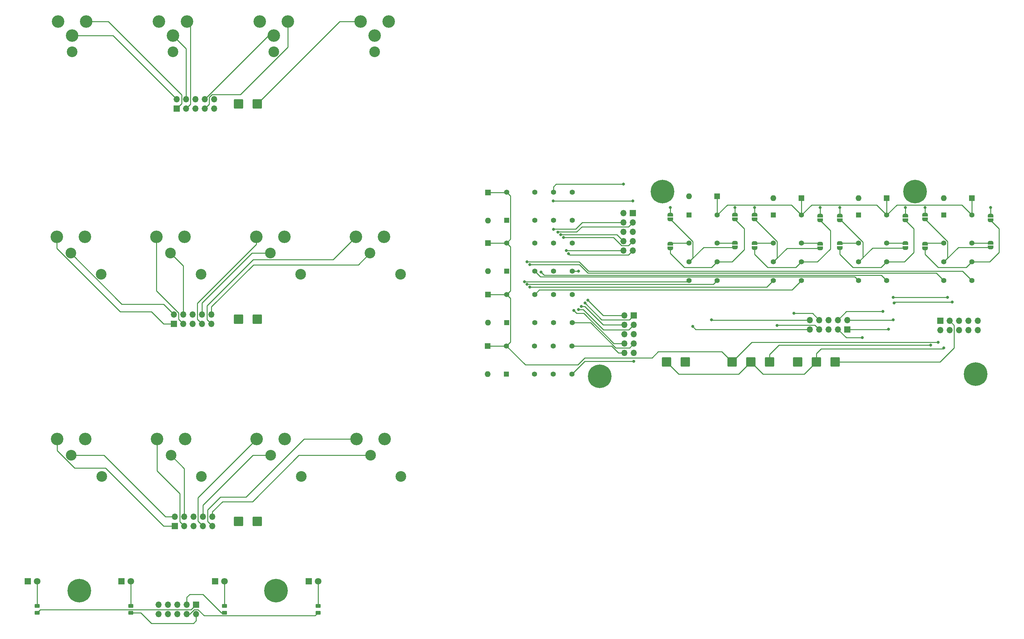
<source format=gbr>
%TF.GenerationSoftware,KiCad,Pcbnew,7.0.6*%
%TF.CreationDate,2023-11-23T12:49:08+01:00*%
%TF.ProjectId,EF_matrix,45465f6d-6174-4726-9978-2e6b69636164,rev?*%
%TF.SameCoordinates,Original*%
%TF.FileFunction,Copper,L1,Top*%
%TF.FilePolarity,Positive*%
%FSLAX46Y46*%
G04 Gerber Fmt 4.6, Leading zero omitted, Abs format (unit mm)*
G04 Created by KiCad (PCBNEW 7.0.6) date 2023-11-23 12:49:08*
%MOMM*%
%LPD*%
G01*
G04 APERTURE LIST*
G04 Aperture macros list*
%AMRoundRect*
0 Rectangle with rounded corners*
0 $1 Rounding radius*
0 $2 $3 $4 $5 $6 $7 $8 $9 X,Y pos of 4 corners*
0 Add a 4 corners polygon primitive as box body*
4,1,4,$2,$3,$4,$5,$6,$7,$8,$9,$2,$3,0*
0 Add four circle primitives for the rounded corners*
1,1,$1+$1,$2,$3*
1,1,$1+$1,$4,$5*
1,1,$1+$1,$6,$7*
1,1,$1+$1,$8,$9*
0 Add four rect primitives between the rounded corners*
20,1,$1+$1,$2,$3,$4,$5,0*
20,1,$1+$1,$4,$5,$6,$7,0*
20,1,$1+$1,$6,$7,$8,$9,0*
20,1,$1+$1,$8,$9,$2,$3,0*%
%AMFreePoly0*
4,1,19,0.000000,0.744911,0.071157,0.744911,0.207708,0.704816,0.327430,0.627875,0.420627,0.520320,0.479746,0.390866,0.500000,0.250000,0.500000,-0.250000,0.479746,-0.390866,0.420627,-0.520320,0.327430,-0.627875,0.207708,-0.704816,0.071157,-0.744911,0.000000,-0.744911,0.000000,-0.750000,-0.500000,-0.750000,-0.500000,0.750000,0.000000,0.750000,0.000000,0.744911,0.000000,0.744911,
$1*%
%AMFreePoly1*
4,1,19,0.500000,-0.750000,0.000000,-0.750000,0.000000,-0.744911,-0.071157,-0.744911,-0.207708,-0.704816,-0.327430,-0.627875,-0.420627,-0.520320,-0.479746,-0.390866,-0.500000,-0.250000,-0.500000,0.250000,-0.479746,0.390866,-0.420627,0.520320,-0.327430,0.627875,-0.207708,0.704816,-0.071157,0.744911,0.000000,0.744911,0.000000,0.750000,0.500000,0.750000,0.500000,-0.750000,0.500000,-0.750000,
$1*%
G04 Aperture macros list end*
%TA.AperFunction,SMDPad,CuDef*%
%ADD10RoundRect,0.250000X0.450000X-0.262500X0.450000X0.262500X-0.450000X0.262500X-0.450000X-0.262500X0*%
%TD*%
%TA.AperFunction,ComponentPad*%
%ADD11C,3.400000*%
%TD*%
%TA.AperFunction,ComponentPad*%
%ADD12C,2.900000*%
%TD*%
%TA.AperFunction,ComponentPad*%
%ADD13C,1.400000*%
%TD*%
%TA.AperFunction,ComponentPad*%
%ADD14R,1.400000X1.400000*%
%TD*%
%TA.AperFunction,ComponentPad*%
%ADD15RoundRect,0.249999X-1.025001X-1.025001X1.025001X-1.025001X1.025001X1.025001X-1.025001X1.025001X0*%
%TD*%
%TA.AperFunction,SMDPad,CuDef*%
%ADD16FreePoly0,270.000000*%
%TD*%
%TA.AperFunction,SMDPad,CuDef*%
%ADD17FreePoly1,270.000000*%
%TD*%
%TA.AperFunction,ComponentPad*%
%ADD18RoundRect,0.249999X1.025001X-1.025001X1.025001X1.025001X-1.025001X1.025001X-1.025001X-1.025001X0*%
%TD*%
%TA.AperFunction,ComponentPad*%
%ADD19O,1.700000X1.700000*%
%TD*%
%TA.AperFunction,ComponentPad*%
%ADD20R,1.700000X1.700000*%
%TD*%
%TA.AperFunction,ComponentPad*%
%ADD21C,1.800000*%
%TD*%
%TA.AperFunction,ComponentPad*%
%ADD22R,1.800000X1.800000*%
%TD*%
%TA.AperFunction,SMDPad,CuDef*%
%ADD23FreePoly0,90.000000*%
%TD*%
%TA.AperFunction,SMDPad,CuDef*%
%ADD24FreePoly1,90.000000*%
%TD*%
%TA.AperFunction,ComponentPad*%
%ADD25O,1.600000X1.600000*%
%TD*%
%TA.AperFunction,ComponentPad*%
%ADD26R,1.600000X1.600000*%
%TD*%
%TA.AperFunction,ComponentPad*%
%ADD27C,0.800000*%
%TD*%
%TA.AperFunction,ComponentPad*%
%ADD28C,6.400000*%
%TD*%
%TA.AperFunction,SMDPad,CuDef*%
%ADD29RoundRect,0.250000X-0.450000X0.262500X-0.450000X-0.262500X0.450000X-0.262500X0.450000X0.262500X0*%
%TD*%
%TA.AperFunction,ViaPad*%
%ADD30C,0.800000*%
%TD*%
%TA.AperFunction,Conductor*%
%ADD31C,0.250000*%
%TD*%
G04 APERTURE END LIST*
D10*
%TO.P,R5,2*%
%TO.N,Net-(D1-A)*%
X19050000Y-187047500D03*
%TO.P,R5,1*%
%TO.N,/Buttonpanel/G1LED*%
X19050000Y-188872500D03*
%TD*%
D11*
%TO.P,J6,1*%
%TO.N,/XLR Input 2/Pin1*%
X32136000Y-141722000D03*
%TO.P,J6,2*%
%TO.N,/XLR Input 2/Channel 1 Hot*%
X24516000Y-141722000D03*
D12*
%TO.P,J6,3*%
%TO.N,/XLR Input 2/Channel 1 Cold*%
X28326000Y-146172000D03*
%TO.P,J6,G*%
%TO.N,unconnected-(J6-PadG)*%
X36576000Y-151882000D03*
%TD*%
D13*
%TO.P,K2,16*%
%TO.N,/Switch F/Control*%
X146406000Y-74798000D03*
%TO.P,K2,13*%
%TO.N,/Mute L/In 2*%
X154026000Y-74798000D03*
%TO.P,K2,11*%
%TO.N,/Switch L/Cold 1 In*%
X159106000Y-74798000D03*
%TO.P,K2,9*%
%TO.N,/Switch L/Cold 2 In*%
X164186000Y-74798000D03*
%TO.P,K2,8*%
%TO.N,/Switch L/Hot 2 In*%
X164186000Y-82418000D03*
%TO.P,K2,6*%
%TO.N,/Switch L/Hot 1 In*%
X159106000Y-82418000D03*
%TO.P,K2,4*%
%TO.N,/Mute L/In 1*%
X154026000Y-82418000D03*
D14*
%TO.P,K2,1*%
%TO.N,GND*%
X146406000Y-82418000D03*
%TD*%
D15*
%TO.P,J40,1,Pin_1*%
%TO.N,Net-(J19-Pin_3)*%
X235495000Y-120867000D03*
%TD*%
D16*
%TO.P,JP7,2,B*%
%TO.N,Net-(JP11-B)*%
X231431000Y-82401000D03*
D17*
%TO.P,JP7,1,A*%
%TO.N,GND*%
X231431000Y-81101000D03*
%TD*%
D18*
%TO.P,J22,1,Pin_1*%
%TO.N,/XLR Input 1/GND_Lift*%
X73660000Y-109220000D03*
%TD*%
D16*
%TO.P,JP5,2,B*%
%TO.N,Net-(JP5-B)*%
X277659000Y-82401000D03*
D17*
%TO.P,JP5,1,A*%
%TO.N,GND*%
X277659000Y-81101000D03*
%TD*%
D19*
%TO.P,J1,10,Pin_10*%
%TO.N,/Switch F/Cold 1 In*%
X178091000Y-90641000D03*
%TO.P,J1,9,Pin_9*%
%TO.N,/Switch F/Hot 1 In*%
X180631000Y-90641000D03*
%TO.P,J1,8,Pin_8*%
%TO.N,/Switch S/Cold 1 In*%
X178091000Y-88101000D03*
%TO.P,J1,7,Pin_7*%
%TO.N,/Switch S/Hot 1 In*%
X180631000Y-88101000D03*
%TO.P,J1,6,Pin_6*%
%TO.N,GND*%
X178091000Y-85561000D03*
%TO.P,J1,5,Pin_5*%
X180631000Y-85561000D03*
%TO.P,J1,4,Pin_4*%
%TO.N,/Switch R/Cold 1 In*%
X178091000Y-83021000D03*
%TO.P,J1,3,Pin_3*%
%TO.N,/Switch R/Hot 1 In*%
X180631000Y-83021000D03*
%TO.P,J1,2,Pin_2*%
%TO.N,/Switch L/Cold 1 In*%
X178091000Y-80481000D03*
D20*
%TO.P,J1,1,Pin_1*%
%TO.N,/Switch L/Hot 1 In*%
X180631000Y-80481000D03*
%TD*%
D16*
%TO.P,JP2,2,B*%
%TO.N,Net-(JP14-A)*%
X254545000Y-89909000D03*
D17*
%TO.P,JP2,1,A*%
%TO.N,/Mute R/Out 2*%
X254545000Y-88609000D03*
%TD*%
D13*
%TO.P,K3,16*%
%TO.N,/Mute F/Control*%
X249465000Y-80989000D03*
%TO.P,K3,13*%
%TO.N,/Mute R/Out 2*%
X249465000Y-88609000D03*
%TO.P,K3,11*%
%TO.N,Net-(JP10-B)*%
X249465000Y-93689000D03*
%TO.P,K3,9*%
%TO.N,/Mute R/In 2*%
X249465000Y-98769000D03*
%TO.P,K3,8*%
%TO.N,/Mute R/In 1*%
X241845000Y-98769000D03*
%TO.P,K3,6*%
%TO.N,Net-(JP14-A)*%
X241845000Y-93689000D03*
%TO.P,K3,4*%
%TO.N,/Mute R/Out 1*%
X241845000Y-88609000D03*
D14*
%TO.P,K3,1*%
%TO.N,GND*%
X241845000Y-80989000D03*
%TD*%
D21*
%TO.P,D2,2,A*%
%TO.N,Net-(D2-A)*%
X44445000Y-180340000D03*
D22*
%TO.P,D2,1,K*%
%TO.N,/Buttonpanel/Ground*%
X41905000Y-180340000D03*
%TD*%
D12*
%TO.P,J15,G*%
%TO.N,unconnected-(J15-PadG)*%
X83230000Y-36703000D03*
D11*
%TO.P,J15,3*%
%TO.N,/XLR Output/Channel 3 Cold*%
X83230000Y-32258000D03*
%TO.P,J15,2*%
%TO.N,/XLR Output/Channel 3 Hot*%
X87040000Y-28448000D03*
%TO.P,J15,1*%
%TO.N,/XLR Output/Pin1*%
X79420000Y-28448000D03*
%TD*%
D10*
%TO.P,R4,2*%
%TO.N,Net-(D2-A)*%
X44450000Y-187047500D03*
%TO.P,R4,1*%
%TO.N,/Buttonpanel/G2LED*%
X44450000Y-188872500D03*
%TD*%
D23*
%TO.P,JP13,2,B*%
%TO.N,GND*%
X259879000Y-80847000D03*
D24*
%TO.P,JP13,1,A*%
%TO.N,Net-(JP1-B)*%
X259879000Y-82147000D03*
%TD*%
D11*
%TO.P,J9,1*%
%TO.N,/XLR Input 1/Pin1*%
X86104000Y-86868000D03*
%TO.P,J9,2*%
%TO.N,/XLR Input 1/Channel 3 Hot*%
X78484000Y-86868000D03*
D12*
%TO.P,J9,3*%
%TO.N,/XLR Input 1/Channel 3 Cold*%
X82294000Y-91318000D03*
%TO.P,J9,G*%
%TO.N,unconnected-(J9-PadG)*%
X90544000Y-97028000D03*
%TD*%
D25*
%TO.P,D8,2,A*%
%TO.N,GND*%
X195871000Y-75909000D03*
D26*
%TO.P,D8,1,K*%
%TO.N,/Mute F/Control*%
X203491000Y-75909000D03*
%TD*%
D16*
%TO.P,JP9,2,B*%
%TO.N,Net-(JP5-B)*%
X259879000Y-90021000D03*
D17*
%TO.P,JP9,1,A*%
%TO.N,/Mute L/Out 1*%
X259879000Y-88721000D03*
%TD*%
D15*
%TO.P,J39,1,Pin_1*%
%TO.N,Net-(J19-Pin_1)*%
X217715000Y-120867000D03*
%TD*%
%TO.P,J2,1,Pin_1*%
%TO.N,/XLR Output/Pin1*%
X78740000Y-50800000D03*
%TD*%
D27*
%TO.P,REF\u002A\u002A,1*%
%TO.N,N/C*%
X259524052Y-74591500D03*
X258821108Y-76288556D03*
X258821108Y-72894444D03*
X257124052Y-76991500D03*
D28*
X257124052Y-74591500D03*
D27*
X257124052Y-72191500D03*
X255426996Y-76288556D03*
X255426996Y-72894444D03*
X254724052Y-74591500D03*
%TD*%
%TO.P,REF\u002A\u002A,1*%
%TO.N,N/C*%
X174014052Y-124701500D03*
X173311108Y-126398556D03*
X173311108Y-123004444D03*
X171614052Y-127101500D03*
D28*
X171614052Y-124701500D03*
D27*
X171614052Y-122301500D03*
X169916996Y-126398556D03*
X169916996Y-123004444D03*
X169214052Y-124701500D03*
%TD*%
D13*
%TO.P,K5,16*%
%TO.N,/Mute F/Control*%
X203491000Y-80989000D03*
%TO.P,K5,13*%
%TO.N,/Mute F/Out 2*%
X203491000Y-88609000D03*
%TO.P,K5,11*%
%TO.N,Net-(JP12-B)*%
X203491000Y-93689000D03*
%TO.P,K5,9*%
%TO.N,/Mute F/In 2*%
X203491000Y-98769000D03*
%TO.P,K5,8*%
%TO.N,/Mute F/In 1*%
X195871000Y-98769000D03*
%TO.P,K5,6*%
%TO.N,Net-(JP16-A)*%
X195871000Y-93689000D03*
%TO.P,K5,4*%
%TO.N,/Mute F/Out 1*%
X195871000Y-88609000D03*
D14*
%TO.P,K5,1*%
%TO.N,GND*%
X195871000Y-80989000D03*
%TD*%
D21*
%TO.P,D1,2,A*%
%TO.N,Net-(D1-A)*%
X19045000Y-180340000D03*
D22*
%TO.P,D1,1,K*%
%TO.N,/Buttonpanel/Ground*%
X16505000Y-180340000D03*
%TD*%
D16*
%TO.P,JP6,2,B*%
%TO.N,Net-(JP10-B)*%
X254545000Y-82401000D03*
D17*
%TO.P,JP6,1,A*%
%TO.N,GND*%
X254545000Y-81101000D03*
%TD*%
D19*
%TO.P,J3,10,Pin_10*%
%TO.N,/Switch F/Cold 2 In*%
X178365000Y-118357000D03*
%TO.P,J3,9,Pin_9*%
%TO.N,/Switch F/Hot 2 In*%
X180905000Y-118357000D03*
%TO.P,J3,8,Pin_8*%
%TO.N,/Switch S/Cold 2 In*%
X178365000Y-115817000D03*
%TO.P,J3,7,Pin_7*%
%TO.N,/Switch S/Hot 2 In*%
X180905000Y-115817000D03*
%TO.P,J3,6,Pin_6*%
%TO.N,GND*%
X178365000Y-113277000D03*
%TO.P,J3,5,Pin_5*%
X180905000Y-113277000D03*
%TO.P,J3,4,Pin_4*%
%TO.N,/Switch R/Cold 2 In*%
X178365000Y-110737000D03*
%TO.P,J3,3,Pin_3*%
%TO.N,/Switch R/Hot 2 In*%
X180905000Y-110737000D03*
%TO.P,J3,2,Pin_2*%
%TO.N,/Switch L/Cold 2 In*%
X178365000Y-108197000D03*
D20*
%TO.P,J3,1,Pin_1*%
%TO.N,/Switch L/Hot 2 In*%
X180905000Y-108197000D03*
%TD*%
D11*
%TO.P,J7,1*%
%TO.N,/XLR Input 1/Pin1*%
X59054000Y-86868000D03*
%TO.P,J7,2*%
%TO.N,/XLR Input 1/Channel 2 Hot*%
X51434000Y-86868000D03*
D12*
%TO.P,J7,3*%
%TO.N,/XLR Input 1/Channel 2 Cold*%
X55244000Y-91318000D03*
%TO.P,J7,G*%
%TO.N,unconnected-(J7-PadG)*%
X63494000Y-97028000D03*
%TD*%
D13*
%TO.P,K6,16*%
%TO.N,/Switch F/Control*%
X146373500Y-88561500D03*
%TO.P,K6,13*%
%TO.N,/Mute R/In 2*%
X153993500Y-88561500D03*
%TO.P,K6,11*%
%TO.N,/Switch R/Cold 1 In*%
X159073500Y-88561500D03*
%TO.P,K6,9*%
%TO.N,/Switch R/Cold 2 In*%
X164153500Y-88561500D03*
%TO.P,K6,8*%
%TO.N,/Switch R/Hot 2 In*%
X164153500Y-96181500D03*
%TO.P,K6,6*%
%TO.N,/Switch R/Hot 1 In*%
X159073500Y-96181500D03*
%TO.P,K6,4*%
%TO.N,/Mute R/In 1*%
X153993500Y-96181500D03*
D14*
%TO.P,K6,1*%
%TO.N,GND*%
X146373500Y-96181500D03*
%TD*%
D10*
%TO.P,R3,2*%
%TO.N,Net-(D3-A)*%
X69850000Y-187047500D03*
%TO.P,R3,1*%
%TO.N,/Buttonpanel/MuteLED*%
X69850000Y-188872500D03*
%TD*%
D15*
%TO.P,J36,1,Pin_1*%
%TO.N,/Switch F/Control*%
X207555000Y-120867000D03*
%TD*%
D16*
%TO.P,JP12,2,B*%
%TO.N,Net-(JP12-B)*%
X190791000Y-90021000D03*
D17*
%TO.P,JP12,1,A*%
%TO.N,/Mute F/Out 1*%
X190791000Y-88721000D03*
%TD*%
D12*
%TO.P,J14,G*%
%TO.N,unconnected-(J14-PadG)*%
X55880000Y-36703000D03*
D11*
%TO.P,J14,3*%
%TO.N,/XLR Output/Channel 2 Cold*%
X55880000Y-32258000D03*
%TO.P,J14,2*%
%TO.N,/XLR Output/Channel 2 Hot*%
X59690000Y-28448000D03*
%TO.P,J14,1*%
%TO.N,/XLR Output/Pin1*%
X52070000Y-28448000D03*
%TD*%
D16*
%TO.P,JP11,2,B*%
%TO.N,Net-(JP11-B)*%
X213651000Y-89909000D03*
D17*
%TO.P,JP11,1,A*%
%TO.N,/Mute S/Out 1*%
X213651000Y-88609000D03*
%TD*%
D18*
%TO.P,J23,1,Pin_1*%
%TO.N,/XLR Input 2/GND_Lift*%
X73660000Y-164074000D03*
%TD*%
D27*
%TO.P,REF\u002A\u002A,1*%
%TO.N,N/C*%
X32880000Y-182880000D03*
X32177056Y-184577056D03*
X32177056Y-181182944D03*
X30480000Y-185280000D03*
D28*
X30480000Y-182880000D03*
D27*
X30480000Y-180480000D03*
X28782944Y-184577056D03*
X28782944Y-181182944D03*
X28080000Y-182880000D03*
%TD*%
D11*
%TO.P,J11,1*%
%TO.N,/XLR Input 1/Pin1*%
X113154000Y-86868000D03*
%TO.P,J11,2*%
%TO.N,/XLR Input 1/Channel 4 Hot*%
X105534000Y-86868000D03*
D12*
%TO.P,J11,3*%
%TO.N,/XLR Input 1/Channel 4 Cold*%
X109344000Y-91318000D03*
%TO.P,J11,G*%
%TO.N,unconnected-(J11-PadG)*%
X117594000Y-97028000D03*
%TD*%
D15*
%TO.P,J37,1,Pin_1*%
%TO.N,/Mute F/Control*%
X225335000Y-120867000D03*
%TD*%
D23*
%TO.P,JP16,2,B*%
%TO.N,GND*%
X190791000Y-80847000D03*
D24*
%TO.P,JP16,1,A*%
%TO.N,Net-(JP16-A)*%
X190791000Y-82147000D03*
%TD*%
D25*
%TO.P,D6,2,A*%
%TO.N,GND*%
X241845000Y-76417000D03*
D26*
%TO.P,D6,1,K*%
%TO.N,/Mute F/Control*%
X249465000Y-76417000D03*
%TD*%
D15*
%TO.P,J38,1,Pin_1*%
%TO.N,+5V*%
X230415000Y-120867000D03*
%TD*%
D21*
%TO.P,D4,2,A*%
%TO.N,Net-(D4-A)*%
X95245000Y-180340000D03*
D22*
%TO.P,D4,1,K*%
%TO.N,/Buttonpanel/Ground*%
X92705000Y-180340000D03*
%TD*%
D27*
%TO.P,REF\u002A\u002A,1*%
%TO.N,N/C*%
X86220000Y-182880000D03*
X85517056Y-184577056D03*
X85517056Y-181182944D03*
X83820000Y-185280000D03*
D28*
X83820000Y-182880000D03*
D27*
X83820000Y-180480000D03*
X82122944Y-184577056D03*
X82122944Y-181182944D03*
X81420000Y-182880000D03*
%TD*%
D16*
%TO.P,JP3,2,B*%
%TO.N,Net-(JP15-A)*%
X231431000Y-90021000D03*
D17*
%TO.P,JP3,1,A*%
%TO.N,/Mute S/Out 2*%
X231431000Y-88721000D03*
%TD*%
D13*
%TO.P,K4,16*%
%TO.N,/Mute F/Control*%
X226351000Y-80989000D03*
%TO.P,K4,13*%
%TO.N,/Mute S/Out 2*%
X226351000Y-88609000D03*
%TO.P,K4,11*%
%TO.N,Net-(JP11-B)*%
X226351000Y-93689000D03*
%TO.P,K4,9*%
%TO.N,/Mute S/In 2*%
X226351000Y-98769000D03*
%TO.P,K4,8*%
%TO.N,/Mute S/In 1*%
X218731000Y-98769000D03*
%TO.P,K4,6*%
%TO.N,Net-(JP15-A)*%
X218731000Y-93689000D03*
%TO.P,K4,4*%
%TO.N,/Mute S/Out 1*%
X218731000Y-88609000D03*
D14*
%TO.P,K4,1*%
%TO.N,GND*%
X218731000Y-80989000D03*
%TD*%
D15*
%TO.P,J34,1,Pin_1*%
%TO.N,/XLR Output/GND_Lift*%
X73660000Y-50800000D03*
%TD*%
D19*
%TO.P,J19,10,Pin_10*%
%TO.N,unconnected-(J19-Pin_10-Pad10)*%
X274133000Y-112211000D03*
%TO.P,J19,9,Pin_9*%
%TO.N,unconnected-(J19-Pin_9-Pad9)*%
X274133000Y-109671000D03*
%TO.P,J19,8,Pin_8*%
%TO.N,unconnected-(J19-Pin_8-Pad8)*%
X271593000Y-112211000D03*
%TO.P,J19,7,Pin_7*%
%TO.N,unconnected-(J19-Pin_7-Pad7)*%
X271593000Y-109671000D03*
%TO.P,J19,6,Pin_6*%
%TO.N,GND*%
X269053000Y-112211000D03*
%TO.P,J19,5,Pin_5*%
X269053000Y-109671000D03*
%TO.P,J19,4,Pin_4*%
%TO.N,+5V*%
X266513000Y-112211000D03*
%TO.P,J19,3,Pin_3*%
%TO.N,Net-(J19-Pin_3)*%
X266513000Y-109671000D03*
%TO.P,J19,2,Pin_2*%
%TO.N,/Switch F/Control*%
X263973000Y-112211000D03*
D20*
%TO.P,J19,1,Pin_1*%
%TO.N,Net-(J19-Pin_1)*%
X263973000Y-109671000D03*
%TD*%
D16*
%TO.P,JP1,2,B*%
%TO.N,Net-(JP1-B)*%
X277659000Y-89767000D03*
D17*
%TO.P,JP1,1,A*%
%TO.N,/Mute L/Out 2*%
X277659000Y-88467000D03*
%TD*%
D11*
%TO.P,J10,1*%
%TO.N,/XLR Input 2/Pin1*%
X86236000Y-141722000D03*
%TO.P,J10,2*%
%TO.N,/XLR Input 2/Channel 3 Hot*%
X78616000Y-141722000D03*
D12*
%TO.P,J10,3*%
%TO.N,/XLR Input 2/Channel 3 Cold*%
X82426000Y-146172000D03*
%TO.P,J10,G*%
%TO.N,unconnected-(J10-PadG)*%
X90676000Y-151882000D03*
%TD*%
D11*
%TO.P,J8,1*%
%TO.N,/XLR Input 2/Pin1*%
X59186000Y-141722000D03*
%TO.P,J8,2*%
%TO.N,/XLR Input 2/Channel 2 Hot*%
X51566000Y-141722000D03*
D12*
%TO.P,J8,3*%
%TO.N,/XLR Input 2/Channel 2 Cold*%
X55376000Y-146172000D03*
%TO.P,J8,G*%
%TO.N,unconnected-(J8-PadG)*%
X63626000Y-151882000D03*
%TD*%
D16*
%TO.P,JP8,2,B*%
%TO.N,Net-(JP12-B)*%
X208317000Y-82147000D03*
D17*
%TO.P,JP8,1,A*%
%TO.N,GND*%
X208317000Y-80847000D03*
%TD*%
D23*
%TO.P,JP15,2,B*%
%TO.N,GND*%
X213651000Y-80847000D03*
D24*
%TO.P,JP15,1,A*%
%TO.N,Net-(JP15-A)*%
X213651000Y-82147000D03*
%TD*%
D15*
%TO.P,J35,1,Pin_1*%
%TO.N,+5V*%
X212635000Y-120867000D03*
%TD*%
D27*
%TO.P,REF\u002A\u002A,1*%
%TO.N,N/C*%
X276014052Y-124101500D03*
X275311108Y-125798556D03*
X275311108Y-122404444D03*
X273614052Y-126501500D03*
D28*
X273614052Y-124101500D03*
D27*
X273614052Y-121701500D03*
X271916996Y-125798556D03*
X271916996Y-122404444D03*
X271214052Y-124101500D03*
%TD*%
D25*
%TO.P,D5,2,A*%
%TO.N,GND*%
X264959000Y-76417000D03*
D26*
%TO.P,D5,1,K*%
%TO.N,/Mute F/Control*%
X272579000Y-76417000D03*
%TD*%
D15*
%TO.P,J32,1,Pin_1*%
%TO.N,+5V*%
X189775000Y-120867000D03*
%TD*%
D25*
%TO.P,D7,2,A*%
%TO.N,GND*%
X218731000Y-76417000D03*
D26*
%TO.P,D7,1,K*%
%TO.N,/Mute F/Control*%
X226351000Y-76417000D03*
%TD*%
D25*
%TO.P,D9,2,A*%
%TO.N,GND*%
X141293500Y-82465500D03*
D26*
%TO.P,D9,1,K*%
%TO.N,/Switch F/Control*%
X141293500Y-74845500D03*
%TD*%
D13*
%TO.P,K1,16*%
%TO.N,/Mute F/Control*%
X272579000Y-80989000D03*
%TO.P,K1,13*%
%TO.N,/Mute L/Out 2*%
X272579000Y-88609000D03*
%TO.P,K1,11*%
%TO.N,Net-(JP5-B)*%
X272579000Y-93689000D03*
%TO.P,K1,9*%
%TO.N,/Mute L/In 2*%
X272579000Y-98769000D03*
%TO.P,K1,8*%
%TO.N,/Mute L/In 1*%
X264959000Y-98769000D03*
%TO.P,K1,6*%
%TO.N,Net-(JP1-B)*%
X264959000Y-93689000D03*
%TO.P,K1,4*%
%TO.N,/Mute L/Out 1*%
X264959000Y-88609000D03*
D14*
%TO.P,K1,1*%
%TO.N,GND*%
X264959000Y-80989000D03*
%TD*%
D12*
%TO.P,J16,G*%
%TO.N,unconnected-(J16-PadG)*%
X110580000Y-36703000D03*
D11*
%TO.P,J16,3*%
%TO.N,/XLR Output/Channel 4 Cold*%
X110580000Y-32258000D03*
%TO.P,J16,2*%
%TO.N,/XLR Output/Channel 4 Hot*%
X114390000Y-28448000D03*
%TO.P,J16,1*%
%TO.N,/XLR Output/Pin1*%
X106770000Y-28448000D03*
%TD*%
D16*
%TO.P,JP4,2,B*%
%TO.N,Net-(JP16-A)*%
X208317000Y-89767000D03*
D17*
%TO.P,JP4,1,A*%
%TO.N,/Mute F/Out 2*%
X208317000Y-88467000D03*
%TD*%
D23*
%TO.P,JP14,2,B*%
%TO.N,GND*%
X236765000Y-81101000D03*
D24*
%TO.P,JP14,1,A*%
%TO.N,Net-(JP14-A)*%
X236765000Y-82401000D03*
%TD*%
D25*
%TO.P,D10,2,A*%
%TO.N,GND*%
X141293500Y-96181500D03*
D26*
%TO.P,D10,1,K*%
%TO.N,/Switch F/Control*%
X141293500Y-88561500D03*
%TD*%
D11*
%TO.P,J12,1*%
%TO.N,/XLR Input 2/Pin1*%
X113286000Y-141722000D03*
%TO.P,J12,2*%
%TO.N,/XLR Input 2/Channel 4 Hot*%
X105666000Y-141722000D03*
D12*
%TO.P,J12,3*%
%TO.N,/XLR Input 2/Channel 4 Cold*%
X109476000Y-146172000D03*
%TO.P,J12,G*%
%TO.N,unconnected-(J12-PadG)*%
X117726000Y-151882000D03*
%TD*%
D29*
%TO.P,R1,2*%
%TO.N,/Buttonpanel/5V*%
X95250000Y-188872500D03*
%TO.P,R1,1*%
%TO.N,Net-(D4-A)*%
X95250000Y-187047500D03*
%TD*%
D16*
%TO.P,JP10,2,B*%
%TO.N,Net-(JP10-B)*%
X236765000Y-89909000D03*
D17*
%TO.P,JP10,1,A*%
%TO.N,/Mute R/Out 1*%
X236765000Y-88609000D03*
%TD*%
D25*
%TO.P,D12,2,A*%
%TO.N,GND*%
X141293500Y-110151500D03*
D26*
%TO.P,D12,1,K*%
%TO.N,/Switch F/Control*%
X141293500Y-102531500D03*
%TD*%
D21*
%TO.P,D3,2,A*%
%TO.N,Net-(D3-A)*%
X69845000Y-180340000D03*
D22*
%TO.P,D3,1,K*%
%TO.N,/Buttonpanel/Ground*%
X67305000Y-180340000D03*
%TD*%
D13*
%TO.P,K7,16*%
%TO.N,/Switch F/Control*%
X146341000Y-116501500D03*
%TO.P,K7,13*%
%TO.N,/Mute F/In 2*%
X153961000Y-116501500D03*
%TO.P,K7,11*%
%TO.N,/Switch F/Cold 1 In*%
X159041000Y-116501500D03*
%TO.P,K7,9*%
%TO.N,/Switch F/Cold 2 In*%
X164121000Y-116501500D03*
%TO.P,K7,8*%
%TO.N,/Switch F/Hot 2 In*%
X164121000Y-124121500D03*
%TO.P,K7,6*%
%TO.N,/Switch F/Hot 1 In*%
X159041000Y-124121500D03*
%TO.P,K7,4*%
%TO.N,/Mute F/In 1*%
X153961000Y-124121500D03*
D14*
%TO.P,K7,1*%
%TO.N,GND*%
X146341000Y-124121500D03*
%TD*%
D12*
%TO.P,J13,G*%
%TO.N,unconnected-(J13-PadG)*%
X28530000Y-36703000D03*
D11*
%TO.P,J13,3*%
%TO.N,/XLR Output/Channel 1 Cold*%
X28530000Y-32258000D03*
%TO.P,J13,2*%
%TO.N,/XLR Output/Channel 1 Hot*%
X32340000Y-28448000D03*
%TO.P,J13,1*%
%TO.N,/XLR Output/Pin1*%
X24720000Y-28448000D03*
%TD*%
D15*
%TO.P,J33,1,Pin_1*%
%TO.N,GND*%
X194855000Y-120867000D03*
%TD*%
D19*
%TO.P,J18,10,Pin_10*%
%TO.N,/Mute F/Out 2*%
X228607000Y-109457000D03*
%TO.P,J18,9,Pin_9*%
%TO.N,/Mute F/Out 1*%
X228607000Y-111997000D03*
%TO.P,J18,8,Pin_8*%
%TO.N,/Mute S/Out 2*%
X231147000Y-109457000D03*
%TO.P,J18,7,Pin_7*%
%TO.N,/Mute S/Out 1*%
X231147000Y-111997000D03*
%TO.P,J18,6,Pin_6*%
%TO.N,GND*%
X233687000Y-109457000D03*
%TO.P,J18,5,Pin_5*%
X233687000Y-111997000D03*
%TO.P,J18,4,Pin_4*%
%TO.N,/Mute R/Out 2*%
X236227000Y-109457000D03*
%TO.P,J18,3,Pin_3*%
%TO.N,/Mute R/Out 1*%
X236227000Y-111997000D03*
%TO.P,J18,2,Pin_2*%
%TO.N,/Mute L/Out 2*%
X238767000Y-109457000D03*
D20*
%TO.P,J18,1,Pin_1*%
%TO.N,/Mute L/Out 1*%
X238767000Y-111997000D03*
%TD*%
D18*
%TO.P,J25,1,Pin_1*%
%TO.N,/XLR Input 1/Pin1*%
X78740000Y-109220000D03*
%TD*%
D27*
%TO.P,REF\u002A\u002A,1*%
%TO.N,N/C*%
X191014052Y-74591500D03*
X190311108Y-76288556D03*
X190311108Y-72894444D03*
X188614052Y-76991500D03*
D28*
X188614052Y-74591500D03*
D27*
X188614052Y-72191500D03*
X186916996Y-76288556D03*
X186916996Y-72894444D03*
X186214052Y-74591500D03*
%TD*%
D25*
%TO.P,D11,2,A*%
%TO.N,GND*%
X141261000Y-124121500D03*
D26*
%TO.P,D11,1,K*%
%TO.N,/Switch F/Control*%
X141261000Y-116501500D03*
%TD*%
D18*
%TO.P,J26,1,Pin_1*%
%TO.N,/XLR Input 2/Pin1*%
X78740000Y-164074000D03*
%TD*%
D13*
%TO.P,K8,16*%
%TO.N,/Switch F/Control*%
X146373500Y-102531500D03*
%TO.P,K8,13*%
%TO.N,/Mute S/In 2*%
X153993500Y-102531500D03*
%TO.P,K8,11*%
%TO.N,/Switch S/Cold 1 In*%
X159073500Y-102531500D03*
%TO.P,K8,9*%
%TO.N,/Switch S/Cold 2 In*%
X164153500Y-102531500D03*
%TO.P,K8,8*%
%TO.N,/Switch S/Hot 2 In*%
X164153500Y-110151500D03*
%TO.P,K8,6*%
%TO.N,/Switch S/Hot 1 In*%
X159073500Y-110151500D03*
%TO.P,K8,4*%
%TO.N,/Mute S/In 1*%
X153993500Y-110151500D03*
D14*
%TO.P,K8,1*%
%TO.N,GND*%
X146373500Y-110151500D03*
%TD*%
D11*
%TO.P,J5,1*%
%TO.N,/XLR Input 1/Pin1*%
X32004000Y-86868000D03*
%TO.P,J5,2*%
%TO.N,/XLR Input 1/Channel 1 Hot*%
X24384000Y-86868000D03*
D12*
%TO.P,J5,3*%
%TO.N,/XLR Input 1/Channel 1 Cold*%
X28194000Y-91318000D03*
%TO.P,J5,G*%
%TO.N,unconnected-(J5-PadG)*%
X36444000Y-97028000D03*
%TD*%
D19*
%TO.P,J20,10,Pin_10*%
%TO.N,unconnected-(J20-Pin_10-Pad10)*%
X52040000Y-189210000D03*
%TO.P,J20,9,Pin_9*%
%TO.N,unconnected-(J20-Pin_9-Pad9)*%
X52040000Y-186670000D03*
%TO.P,J20,8,Pin_8*%
%TO.N,unconnected-(J20-Pin_8-Pad8)*%
X54580000Y-189210000D03*
%TO.P,J20,7,Pin_7*%
%TO.N,unconnected-(J20-Pin_7-Pad7)*%
X54580000Y-186670000D03*
%TO.P,J20,6,Pin_6*%
%TO.N,/Buttonpanel/Ground*%
X57120000Y-189210000D03*
%TO.P,J20,5,Pin_5*%
X57120000Y-186670000D03*
%TO.P,J20,4,Pin_4*%
%TO.N,/Buttonpanel/5V*%
X59660000Y-189210000D03*
%TO.P,J20,3,Pin_3*%
%TO.N,/Buttonpanel/MuteLED*%
X59660000Y-186670000D03*
%TO.P,J20,2,Pin_2*%
%TO.N,/Buttonpanel/G2LED*%
X62200000Y-189210000D03*
D20*
%TO.P,J20,1,Pin_1*%
%TO.N,/Buttonpanel/G1LED*%
X62200000Y-186670000D03*
%TD*%
D19*
%TO.P,J31,10,Pin_10*%
%TO.N,/XLR Output/Channel 4 Cold*%
X67086000Y-49550000D03*
%TO.P,J31,9,Pin_9*%
%TO.N,/XLR Output/Channel 4 Hot*%
X67086000Y-52090000D03*
%TO.P,J31,8,Pin_8*%
%TO.N,/XLR Output/Channel 3 Cold*%
X64546000Y-49550000D03*
%TO.P,J31,7,Pin_7*%
%TO.N,/XLR Output/Channel 3 Hot*%
X64546000Y-52090000D03*
%TO.P,J31,6,Pin_6*%
%TO.N,/XLR Output/GND_Lift*%
X62006000Y-49550000D03*
%TO.P,J31,5,Pin_5*%
X62006000Y-52090000D03*
%TO.P,J31,4,Pin_4*%
%TO.N,/XLR Output/Channel 2 Cold*%
X59466000Y-49550000D03*
%TO.P,J31,3,Pin_3*%
%TO.N,/XLR Output/Channel 2 Hot*%
X59466000Y-52090000D03*
%TO.P,J31,2,Pin_2*%
%TO.N,/XLR Output/Channel 1 Cold*%
X56926000Y-49550000D03*
D20*
%TO.P,J31,1,Pin_1*%
%TO.N,/XLR Output/Channel 1 Hot*%
X56926000Y-52090000D03*
%TD*%
%TO.P,J17,1,Pin_1*%
%TO.N,/XLR Input 1/Channel 1 Hot*%
X56164000Y-110510000D03*
D19*
%TO.P,J17,2,Pin_2*%
%TO.N,/XLR Input 1/Channel 1 Cold*%
X56164000Y-107970000D03*
%TO.P,J17,3,Pin_3*%
%TO.N,/XLR Input 1/Channel 2 Hot*%
X58704000Y-110510000D03*
%TO.P,J17,4,Pin_4*%
%TO.N,/XLR Input 1/Channel 2 Cold*%
X58704000Y-107970000D03*
%TO.P,J17,5,Pin_5*%
%TO.N,/XLR Input 1/GND_Lift*%
X61244000Y-110510000D03*
%TO.P,J17,6,Pin_6*%
X61244000Y-107970000D03*
%TO.P,J17,7,Pin_7*%
%TO.N,/XLR Input 1/Channel 3 Hot*%
X63784000Y-110510000D03*
%TO.P,J17,8,Pin_8*%
%TO.N,/XLR Input 1/Channel 3 Cold*%
X63784000Y-107970000D03*
%TO.P,J17,9,Pin_9*%
%TO.N,/XLR Input 1/Channel 4 Hot*%
X66324000Y-110510000D03*
%TO.P,J17,10,Pin_10*%
%TO.N,/XLR Input 1/Channel 4 Cold*%
X66324000Y-107970000D03*
%TD*%
D20*
%TO.P,J4,1,Pin_1*%
%TO.N,/XLR Input 2/Channel 1 Hot*%
X56418000Y-165364000D03*
D19*
%TO.P,J4,2,Pin_2*%
%TO.N,/XLR Input 2/Channel 1 Cold*%
X56418000Y-162824000D03*
%TO.P,J4,3,Pin_3*%
%TO.N,/XLR Input 2/Channel 2 Hot*%
X58958000Y-165364000D03*
%TO.P,J4,4,Pin_4*%
%TO.N,/XLR Input 2/Channel 2 Cold*%
X58958000Y-162824000D03*
%TO.P,J4,5,Pin_5*%
%TO.N,/XLR Input 2/GND_Lift*%
X61498000Y-165364000D03*
%TO.P,J4,6,Pin_6*%
X61498000Y-162824000D03*
%TO.P,J4,7,Pin_7*%
%TO.N,/XLR Input 2/Channel 3 Hot*%
X64038000Y-165364000D03*
%TO.P,J4,8,Pin_8*%
%TO.N,/XLR Input 2/Channel 3 Cold*%
X64038000Y-162824000D03*
%TO.P,J4,9,Pin_9*%
%TO.N,/XLR Input 2/Channel 4 Hot*%
X66578000Y-165364000D03*
%TO.P,J4,10,Pin_10*%
%TO.N,/XLR Input 2/Channel 4 Cold*%
X66578000Y-162824000D03*
%TD*%
D30*
%TO.N,GND*%
X254545000Y-78957000D03*
X208317000Y-78957000D03*
X190791000Y-78957000D03*
X231431000Y-78957000D03*
X277659000Y-78957000D03*
X213651000Y-78957000D03*
X236765000Y-78957000D03*
X259879000Y-78957000D03*
%TO.N,/Switch F/Control*%
X263435000Y-115533000D03*
%TO.N,/Switch L/Hot 1 In*%
X159041000Y-77179000D03*
X180631000Y-77179000D03*
%TO.N,/Switch L/Cold 1 In*%
X178091000Y-72607000D03*
%TO.N,/Switch R/Hot 1 In*%
X160311000Y-85616245D03*
%TO.N,/Switch R/Cold 1 In*%
X159073500Y-84831500D03*
%TO.N,/Switch S/Hot 1 In*%
X161835000Y-87085000D03*
%TO.N,/Switch S/Cold 1 In*%
X161073000Y-86323000D03*
%TO.N,/Switch F/Hot 1 In*%
X163151424Y-91472636D03*
%TO.N,/Switch F/Cold 1 In*%
X162597000Y-90641000D03*
%TO.N,/Switch L/Hot 2 In*%
X167677000Y-104865000D03*
%TO.N,/Switch L/Cold 2 In*%
X168439000Y-104103000D03*
%TO.N,/Switch R/Hot 2 In*%
X165899000Y-96229000D03*
X165899000Y-106643000D03*
%TO.N,/Switch R/Cold 2 In*%
X166623500Y-105811364D03*
%TO.N,/Switch S/Cold 2 In*%
X164629000Y-106897000D03*
%TO.N,/Switch F/Hot 2 In*%
X180905000Y-120701500D03*
%TO.N,/Mute L/Out 1*%
X251243000Y-103341000D03*
X265984000Y-103341000D03*
X249973000Y-111977000D03*
%TO.N,/Mute L/Out 2*%
X267245000Y-104611000D03*
X251243000Y-109437000D03*
X251497000Y-104865000D03*
%TO.N,/Mute R/Out 1*%
X242861000Y-114263000D03*
%TO.N,/Mute R/Out 2*%
X248449000Y-107151000D03*
%TO.N,/Mute S/Out 1*%
X219747000Y-110961000D03*
%TO.N,/Mute S/Out 2*%
X224319000Y-107659000D03*
%TO.N,/Mute F/Out 1*%
X196887000Y-111215000D03*
%TO.N,/Mute F/Out 2*%
X201967000Y-109437000D03*
%TO.N,Net-(J19-Pin_1)*%
X261403000Y-116295000D03*
%TO.N,+5V*%
X264959000Y-117057000D03*
%TO.N,/Mute L/In 1*%
X152691000Y-94451000D03*
%TO.N,/Mute L/In 2*%
X151929000Y-93689000D03*
%TO.N,/Mute R/In 2*%
X155739000Y-96483000D03*
%TO.N,/Mute S/In 1*%
X152691000Y-100547000D03*
%TO.N,/Mute F/In 1*%
X151215860Y-99084688D03*
%TO.N,/Mute F/In 2*%
X151929000Y-99785000D03*
%TD*%
D31*
%TO.N,Net-(D1-A)*%
X19050000Y-187047500D02*
X19045000Y-187042500D01*
X19045000Y-187042500D02*
X19045000Y-180340000D01*
%TO.N,Net-(D2-A)*%
X44445000Y-187042500D02*
X44445000Y-180340000D01*
X44450000Y-187047500D02*
X44445000Y-187042500D01*
%TO.N,Net-(D3-A)*%
X69845000Y-187042500D02*
X69850000Y-187047500D01*
X69845000Y-180340000D02*
X69845000Y-187042500D01*
%TO.N,Net-(D4-A)*%
X95245000Y-187042500D02*
X95245000Y-180340000D01*
X95250000Y-187047500D02*
X95245000Y-187042500D01*
%TO.N,/Mute F/Control*%
X229108000Y-78232000D02*
X246708000Y-78232000D01*
X226351000Y-80989000D02*
X229108000Y-78232000D01*
X272579000Y-76417000D02*
X272579000Y-80989000D01*
X226351000Y-76417000D02*
X226351000Y-80989000D01*
X252222000Y-78232000D02*
X269822000Y-78232000D01*
X203491000Y-80989000D02*
X206248000Y-78232000D01*
X203491000Y-75909000D02*
X203491000Y-80989000D01*
X223594000Y-78232000D02*
X226351000Y-80989000D01*
X249465000Y-80989000D02*
X252222000Y-78232000D01*
X249465000Y-76417000D02*
X249465000Y-80989000D01*
X206248000Y-78232000D02*
X223594000Y-78232000D01*
X246708000Y-78232000D02*
X249465000Y-80989000D01*
X269822000Y-78232000D02*
X272579000Y-80989000D01*
%TO.N,GND*%
X231431000Y-81101000D02*
X231431000Y-78957000D01*
X213651000Y-80847000D02*
X213651000Y-78957000D01*
X277659000Y-81101000D02*
X277659000Y-78957000D01*
X190791000Y-80847000D02*
X190791000Y-78957000D01*
X236765000Y-81101000D02*
X236765000Y-78957000D01*
X254545000Y-81101000D02*
X254545000Y-78957000D01*
X259879000Y-80847000D02*
X259879000Y-78957000D01*
X208317000Y-80847000D02*
X208317000Y-78957000D01*
%TO.N,/Switch F/Control*%
X146341000Y-116501500D02*
X151468500Y-121629000D01*
X147398500Y-101506500D02*
X146373500Y-102531500D01*
X204761000Y-118073000D02*
X207555000Y-120867000D01*
X212889000Y-115533000D02*
X263435000Y-115533000D01*
X207555000Y-120867000D02*
X212889000Y-115533000D01*
X147431000Y-75823000D02*
X147431000Y-87504000D01*
X185860500Y-119701500D02*
X187489000Y-118073000D01*
X146406000Y-74798000D02*
X147431000Y-75823000D01*
X141293500Y-74845500D02*
X146358500Y-74845500D01*
X141261000Y-116501500D02*
X146341000Y-116501500D01*
X187489000Y-118073000D02*
X204761000Y-118073000D01*
X141293500Y-88561500D02*
X146373500Y-88561500D01*
X147398500Y-103556500D02*
X147398500Y-115444000D01*
X151468500Y-121629000D02*
X165686552Y-121629000D01*
X165686552Y-121629000D02*
X167614052Y-119701500D01*
X147398500Y-89586500D02*
X147398500Y-101506500D01*
X146373500Y-102531500D02*
X147398500Y-103556500D01*
X146358500Y-74845500D02*
X146406000Y-74798000D01*
X167614052Y-119701500D02*
X185860500Y-119701500D01*
X141293500Y-102531500D02*
X146373500Y-102531500D01*
X147431000Y-87504000D02*
X146373500Y-88561500D01*
X146373500Y-88561500D02*
X147398500Y-89586500D01*
X147398500Y-115444000D02*
X146341000Y-116501500D01*
%TO.N,/Switch L/Hot 1 In*%
X159041000Y-77179000D02*
X180631000Y-77179000D01*
%TO.N,/Switch L/Cold 1 In*%
X159106000Y-73304000D02*
X159106000Y-74798000D01*
X159803000Y-72607000D02*
X159106000Y-73304000D01*
X178091000Y-72607000D02*
X159803000Y-72607000D01*
%TO.N,/Switch R/Hot 1 In*%
X166788000Y-84164000D02*
X166820000Y-84196000D01*
X165391000Y-85561000D02*
X166788000Y-84164000D01*
X160311000Y-85616245D02*
X160366245Y-85561000D01*
X179456000Y-84196000D02*
X180631000Y-83021000D01*
X166820000Y-84196000D02*
X179456000Y-84196000D01*
X160366245Y-85561000D02*
X165391000Y-85561000D01*
%TO.N,/Switch R/Cold 1 In*%
X159073500Y-84831500D02*
X159106000Y-84799000D01*
X159106000Y-84799000D02*
X165137000Y-84799000D01*
X165137000Y-84799000D02*
X166915000Y-83021000D01*
X166915000Y-83021000D02*
X178091000Y-83021000D01*
%TO.N,/Switch S/Hot 1 In*%
X177604299Y-89276000D02*
X179456000Y-89276000D01*
X179456000Y-89276000D02*
X180631000Y-88101000D01*
X175375799Y-87047500D02*
X177604299Y-89276000D01*
X161835000Y-87085000D02*
X161872500Y-87047500D01*
X161872500Y-87047500D02*
X175375799Y-87047500D01*
%TO.N,/Switch S/Cold 1 In*%
X176313000Y-86323000D02*
X178091000Y-88101000D01*
X161073000Y-86323000D02*
X176313000Y-86323000D01*
%TO.N,/Switch F/Hot 1 In*%
X163151424Y-91472636D02*
X163494788Y-91816000D01*
X163494788Y-91816000D02*
X179456000Y-91816000D01*
X179456000Y-91816000D02*
X180631000Y-90641000D01*
%TO.N,/Switch F/Cold 1 In*%
X162597000Y-90641000D02*
X178091000Y-90641000D01*
%TO.N,/Switch L/Hot 2 In*%
X179665000Y-109437000D02*
X180905000Y-108197000D01*
X167677000Y-104865000D02*
X172184000Y-109372000D01*
X175232000Y-109372000D02*
X175297000Y-109437000D01*
X172184000Y-109372000D02*
X175232000Y-109372000D01*
X175297000Y-109437000D02*
X179665000Y-109437000D01*
%TO.N,/Switch L/Cold 2 In*%
X168439000Y-104103000D02*
X172533000Y-108197000D01*
X172533000Y-108197000D02*
X178365000Y-108197000D01*
%TO.N,/Switch R/Hot 2 In*%
X165851500Y-96181500D02*
X164153500Y-96181500D01*
X172628000Y-112102000D02*
X179540000Y-112102000D01*
X179540000Y-112102000D02*
X180905000Y-110737000D01*
X167169000Y-106643000D02*
X172628000Y-112102000D01*
X165899000Y-96229000D02*
X165851500Y-96181500D01*
X165899000Y-106643000D02*
X167169000Y-106643000D01*
%TO.N,/Switch R/Cold 2 In*%
X167607364Y-105811364D02*
X172533000Y-110737000D01*
X166623500Y-105811364D02*
X167607364Y-105811364D01*
X172533000Y-110737000D02*
X178365000Y-110737000D01*
%TO.N,/Switch S/Hot 2 In*%
X164153500Y-110151500D02*
X169153500Y-110151500D01*
X169153500Y-110151500D02*
X175994000Y-116992000D01*
X179730000Y-116992000D02*
X180905000Y-115817000D01*
X175994000Y-116992000D02*
X179730000Y-116992000D01*
%TO.N,/Switch S/Cold 2 In*%
X167297396Y-107659000D02*
X175455396Y-115817000D01*
X164629000Y-106897000D02*
X165391000Y-107659000D01*
X175455396Y-115817000D02*
X178365000Y-115817000D01*
X165391000Y-107659000D02*
X167297396Y-107659000D01*
%TO.N,/Switch F/Hot 2 In*%
X167541000Y-120701500D02*
X164121000Y-124121500D01*
X180905000Y-120701500D02*
X167541000Y-120701500D01*
%TO.N,/Switch F/Cold 2 In*%
X164121000Y-116501500D02*
X174867104Y-116501500D01*
X176722604Y-118357000D02*
X178365000Y-118357000D01*
X174867104Y-116501500D02*
X176722604Y-118357000D01*
%TO.N,/XLR Input 2/Channel 1 Hot*%
X24516000Y-141722000D02*
X24516000Y-144872230D01*
X29239770Y-149596000D02*
X37592000Y-149596000D01*
X53360000Y-165364000D02*
X56418000Y-165364000D01*
X24516000Y-144872230D02*
X29239770Y-149596000D01*
X37592000Y-149596000D02*
X53360000Y-165364000D01*
%TO.N,/XLR Input 2/Channel 1 Cold*%
X37216000Y-146172000D02*
X53868000Y-162824000D01*
X53868000Y-162824000D02*
X56418000Y-162824000D01*
X28326000Y-146172000D02*
X37216000Y-146172000D01*
%TO.N,/XLR Input 2/Channel 2 Hot*%
X51566000Y-150362000D02*
X57783000Y-156579000D01*
X57783000Y-156579000D02*
X57783000Y-164189000D01*
X51566000Y-141722000D02*
X51566000Y-150362000D01*
X57783000Y-164189000D02*
X58958000Y-165364000D01*
%TO.N,/XLR Input 2/Channel 2 Cold*%
X58958000Y-162824000D02*
X58958000Y-149754000D01*
X58958000Y-149754000D02*
X55376000Y-146172000D01*
%TO.N,/XLR Input 2/Channel 3 Hot*%
X62673000Y-157665000D02*
X62673000Y-163999000D01*
X78616000Y-141722000D02*
X62673000Y-157665000D01*
X62673000Y-163999000D02*
X64038000Y-165364000D01*
%TO.N,/XLR Input 2/Channel 3 Cold*%
X82426000Y-146172000D02*
X77592000Y-146172000D01*
X77592000Y-146172000D02*
X64038000Y-159726000D01*
X64038000Y-159726000D02*
X64038000Y-162824000D01*
%TO.N,/XLR Input 2/Channel 4 Hot*%
X91440000Y-141722000D02*
X75692000Y-157470000D01*
X65288000Y-164074000D02*
X66578000Y-165364000D01*
X105666000Y-141722000D02*
X91440000Y-141722000D01*
X68790149Y-157470000D02*
X65278000Y-160982149D01*
X75692000Y-157470000D02*
X68790149Y-157470000D01*
X65278000Y-160982149D02*
X65278000Y-164074000D01*
X65278000Y-164074000D02*
X65288000Y-164074000D01*
%TO.N,/XLR Input 2/Channel 4 Cold*%
X109476000Y-146172000D02*
X90038000Y-146172000D01*
X77470000Y-158740000D02*
X69342000Y-158740000D01*
X69342000Y-158740000D02*
X66578000Y-161504000D01*
X90038000Y-146172000D02*
X77470000Y-158740000D01*
X66578000Y-161504000D02*
X66578000Y-162824000D01*
%TO.N,/XLR Input 1/Channel 1 Hot*%
X24384000Y-86868000D02*
X24384000Y-90018230D01*
X50038000Y-107188000D02*
X53360000Y-110510000D01*
X53360000Y-110510000D02*
X56164000Y-110510000D01*
X41553770Y-107188000D02*
X50038000Y-107188000D01*
X24384000Y-90018230D02*
X41553770Y-107188000D01*
%TO.N,/XLR Input 1/Channel 1 Cold*%
X53350000Y-105156000D02*
X56164000Y-107970000D01*
X28194000Y-91318000D02*
X42032000Y-105156000D01*
X42032000Y-105156000D02*
X53350000Y-105156000D01*
%TO.N,/XLR Input 1/Channel 2 Hot*%
X51434000Y-86868000D02*
X51434000Y-101578299D01*
X51434000Y-101578299D02*
X57404000Y-107548299D01*
X57404000Y-109210000D02*
X58704000Y-110510000D01*
X57404000Y-107548299D02*
X57404000Y-109210000D01*
%TO.N,/XLR Input 1/Channel 2 Cold*%
X58704000Y-94778000D02*
X58704000Y-107970000D01*
X55244000Y-91318000D02*
X58704000Y-94778000D01*
%TO.N,/XLR Input 1/Channel 3 Hot*%
X78484000Y-86868000D02*
X78484000Y-88902000D01*
X62484000Y-109210000D02*
X63784000Y-110510000D01*
X62484000Y-104902000D02*
X62484000Y-109210000D01*
X78484000Y-88902000D02*
X62484000Y-104902000D01*
%TO.N,/XLR Input 1/Channel 3 Cold*%
X77338000Y-91318000D02*
X63784000Y-104872000D01*
X63784000Y-104872000D02*
X63784000Y-107970000D01*
X82294000Y-91318000D02*
X77338000Y-91318000D01*
%TO.N,/XLR Input 1/Channel 4 Hot*%
X77678150Y-93093000D02*
X65149000Y-105622150D01*
X105534000Y-86868000D02*
X99309000Y-93093000D01*
X65149000Y-109335000D02*
X66324000Y-110510000D01*
X65149000Y-105622150D02*
X65149000Y-109335000D01*
X99309000Y-93093000D02*
X77678150Y-93093000D01*
%TO.N,/XLR Input 1/Channel 4 Cold*%
X106174000Y-94488000D02*
X77724000Y-94488000D01*
X77724000Y-94488000D02*
X66324000Y-105888000D01*
X66324000Y-105888000D02*
X66324000Y-107970000D01*
X109344000Y-91318000D02*
X106174000Y-94488000D01*
%TO.N,/XLR Output/Channel 1 Hot*%
X38354000Y-28448000D02*
X58291000Y-48385000D01*
X58291000Y-48385000D02*
X58291000Y-50725000D01*
X32340000Y-28448000D02*
X38354000Y-28448000D01*
X58291000Y-50725000D02*
X56926000Y-52090000D01*
%TO.N,/XLR Output/Channel 1 Cold*%
X39634000Y-32258000D02*
X56926000Y-49550000D01*
X28530000Y-32258000D02*
X39634000Y-32258000D01*
%TO.N,/XLR Output/Channel 2 Hot*%
X60641000Y-29399000D02*
X60641000Y-50915000D01*
X60641000Y-50915000D02*
X59466000Y-52090000D01*
X59690000Y-28448000D02*
X60641000Y-29399000D01*
%TO.N,/XLR Output/Channel 2 Cold*%
X59466000Y-35844000D02*
X59466000Y-49550000D01*
X55880000Y-32258000D02*
X59466000Y-35844000D01*
%TO.N,/XLR Output/Channel 3 Hot*%
X65721000Y-49011396D02*
X65721000Y-50915000D01*
X74183230Y-48260000D02*
X66472396Y-48260000D01*
X65721000Y-50915000D02*
X64546000Y-52090000D01*
X87040000Y-28448000D02*
X87040000Y-35403230D01*
X87040000Y-35403230D02*
X74183230Y-48260000D01*
X66472396Y-48260000D02*
X65721000Y-49011396D01*
%TO.N,/XLR Output/Channel 3 Cold*%
X83230000Y-32258000D02*
X81838000Y-32258000D01*
X81838000Y-32258000D02*
X64546000Y-49550000D01*
%TO.N,/Mute L/Out 1*%
X249973000Y-111977000D02*
X249953000Y-111997000D01*
X259991000Y-88609000D02*
X264959000Y-88609000D01*
X265984000Y-103341000D02*
X251243000Y-103341000D01*
X259879000Y-88721000D02*
X259991000Y-88609000D01*
X249953000Y-111997000D02*
X238767000Y-111997000D01*
%TO.N,/Mute L/Out 2*%
X272579000Y-88609000D02*
X277517000Y-88609000D01*
X267245000Y-104611000D02*
X251751000Y-104611000D01*
X251223000Y-109457000D02*
X238767000Y-109457000D01*
X251243000Y-109437000D02*
X251223000Y-109457000D01*
X277517000Y-88609000D02*
X277659000Y-88467000D01*
X251751000Y-104611000D02*
X251497000Y-104865000D01*
%TO.N,/Mute R/Out 1*%
X242861000Y-114263000D02*
X238493000Y-114263000D01*
X236765000Y-88609000D02*
X241845000Y-88609000D01*
X238493000Y-114263000D02*
X236227000Y-111997000D01*
%TO.N,/Mute R/Out 2*%
X248449000Y-107151000D02*
X238533000Y-107151000D01*
X238533000Y-107151000D02*
X236227000Y-109457000D01*
X249465000Y-88609000D02*
X254545000Y-88609000D01*
%TO.N,/Mute S/Out 1*%
X218731000Y-88609000D02*
X213651000Y-88609000D01*
X219886000Y-110822000D02*
X229972000Y-110822000D01*
X219747000Y-110961000D02*
X219886000Y-110822000D01*
X229972000Y-110822000D02*
X231147000Y-111997000D01*
%TO.N,/Mute S/Out 2*%
X229349000Y-107659000D02*
X231147000Y-109457000D01*
X224319000Y-107659000D02*
X229349000Y-107659000D01*
X226351000Y-88609000D02*
X231319000Y-88609000D01*
X231319000Y-88609000D02*
X231431000Y-88721000D01*
%TO.N,/Mute F/Out 1*%
X196887000Y-111215000D02*
X197669000Y-111997000D01*
X190903000Y-88609000D02*
X195871000Y-88609000D01*
X190791000Y-88721000D02*
X190903000Y-88609000D01*
X197669000Y-111997000D02*
X228607000Y-111997000D01*
%TO.N,/Mute F/Out 2*%
X201967000Y-109437000D02*
X201987000Y-109457000D01*
X208317000Y-88467000D02*
X208175000Y-88609000D01*
X201987000Y-109457000D02*
X228607000Y-109457000D01*
X208175000Y-88609000D02*
X203491000Y-88609000D01*
%TO.N,Net-(J19-Pin_1)*%
X261403000Y-116295000D02*
X220255000Y-116295000D01*
X217715000Y-118835000D02*
X217715000Y-120867000D01*
X220255000Y-116295000D02*
X217715000Y-118835000D01*
%TO.N,Net-(J19-Pin_3)*%
X267753000Y-110911000D02*
X266513000Y-109671000D01*
X267753000Y-117057000D02*
X267753000Y-110911000D01*
X263943000Y-120867000D02*
X267753000Y-117057000D01*
X235495000Y-120867000D02*
X263943000Y-120867000D01*
%TO.N,+5V*%
X189775000Y-120867000D02*
X193077000Y-124169000D01*
X209333000Y-124169000D02*
X212635000Y-120867000D01*
X264959000Y-117057000D02*
X264705000Y-117311000D01*
X227113000Y-124169000D02*
X230415000Y-120867000D01*
X193077000Y-124169000D02*
X209333000Y-124169000D01*
X212635000Y-120867000D02*
X215937000Y-124169000D01*
X264705000Y-117311000D02*
X231685000Y-117311000D01*
X231685000Y-117311000D02*
X230415000Y-118581000D01*
X215937000Y-124169000D02*
X227113000Y-124169000D01*
X230415000Y-118581000D02*
X230415000Y-120867000D01*
%TO.N,/Buttonpanel/G1LED*%
X60835000Y-188035000D02*
X62200000Y-186670000D01*
X19050000Y-188872500D02*
X19887500Y-188035000D01*
X19887500Y-188035000D02*
X60835000Y-188035000D01*
%TO.N,/Buttonpanel/G2LED*%
X47140500Y-188872500D02*
X50038000Y-191770000D01*
X50038000Y-191770000D02*
X61468000Y-191770000D01*
X62200000Y-191038000D02*
X62200000Y-189210000D01*
X44450000Y-188872500D02*
X47140500Y-188872500D01*
X61468000Y-191770000D02*
X62200000Y-191038000D01*
%TO.N,/Buttonpanel/MuteLED*%
X68984500Y-188872500D02*
X64008000Y-183896000D01*
X64008000Y-183896000D02*
X60452000Y-183896000D01*
X60452000Y-183896000D02*
X59660000Y-184688000D01*
X69850000Y-188872500D02*
X68984500Y-188872500D01*
X59660000Y-184688000D02*
X59660000Y-186670000D01*
%TO.N,/Buttonpanel/5V*%
X60472000Y-189210000D02*
X59660000Y-189210000D01*
X64361701Y-189710000D02*
X62686701Y-188035000D01*
X61647000Y-188035000D02*
X60472000Y-189210000D01*
X62686701Y-188035000D02*
X61647000Y-188035000D01*
X95250000Y-188872500D02*
X94412500Y-189710000D01*
X94412500Y-189710000D02*
X64361701Y-189710000D01*
%TO.N,Net-(JP1-B)*%
X268881000Y-89767000D02*
X264959000Y-93689000D01*
X277659000Y-89767000D02*
X268881000Y-89767000D01*
X259946569Y-82147000D02*
X265984000Y-88184431D01*
X265984000Y-88184431D02*
X265984000Y-92664000D01*
X259879000Y-82147000D02*
X259946569Y-82147000D01*
X265984000Y-92664000D02*
X264959000Y-93689000D01*
%TO.N,Net-(JP14-A)*%
X237086569Y-82401000D02*
X242988000Y-88302431D01*
X236765000Y-82401000D02*
X237086569Y-82401000D01*
X245625000Y-89909000D02*
X241845000Y-93689000D01*
X242988000Y-92546000D02*
X241845000Y-93689000D01*
X242988000Y-88302431D02*
X242988000Y-92546000D01*
X254545000Y-89909000D02*
X245625000Y-89909000D01*
%TO.N,Net-(JP15-A)*%
X219756000Y-88184431D02*
X219756000Y-92664000D01*
X213651000Y-82147000D02*
X213718569Y-82147000D01*
X213718569Y-82147000D02*
X219756000Y-88184431D01*
X222399000Y-90021000D02*
X218731000Y-93689000D01*
X219756000Y-92664000D02*
X218731000Y-93689000D01*
X231431000Y-90021000D02*
X222399000Y-90021000D01*
%TO.N,Net-(JP16-A)*%
X196896000Y-92664000D02*
X195871000Y-93689000D01*
X196896000Y-88184431D02*
X196896000Y-92664000D01*
X190791000Y-82147000D02*
X190858569Y-82147000D01*
X208317000Y-89767000D02*
X199793000Y-89767000D01*
X190858569Y-82147000D02*
X196896000Y-88184431D01*
X199793000Y-89767000D02*
X195871000Y-93689000D01*
%TO.N,Net-(JP5-B)*%
X279945000Y-84687000D02*
X279945000Y-91149000D01*
X271055000Y-95213000D02*
X272579000Y-93689000D01*
X259879000Y-91657000D02*
X263435000Y-95213000D01*
X263435000Y-95213000D02*
X271055000Y-95213000D01*
X277405000Y-93689000D02*
X272579000Y-93689000D01*
X277659000Y-82401000D02*
X279945000Y-84687000D01*
X279945000Y-91149000D02*
X277405000Y-93689000D01*
X259879000Y-90021000D02*
X259879000Y-91657000D01*
%TO.N,Net-(JP10-B)*%
X236765000Y-89909000D02*
X236765000Y-91657000D01*
X247941000Y-95213000D02*
X249465000Y-93689000D01*
X240321000Y-95213000D02*
X247941000Y-95213000D01*
X254291000Y-93689000D02*
X249465000Y-93689000D01*
X256831000Y-91149000D02*
X254291000Y-93689000D01*
X236765000Y-91657000D02*
X240321000Y-95213000D01*
X254545000Y-82401000D02*
X256831000Y-84687000D01*
X256831000Y-84687000D02*
X256831000Y-91149000D01*
%TO.N,Net-(JP11-B)*%
X213651000Y-91657000D02*
X217207000Y-95213000D01*
X234225000Y-90150364D02*
X230686364Y-93689000D01*
X217207000Y-95213000D02*
X224827000Y-95213000D01*
X234225000Y-85195000D02*
X234225000Y-90150364D01*
X224827000Y-95213000D02*
X226351000Y-93689000D01*
X213651000Y-89909000D02*
X213651000Y-91657000D01*
X231431000Y-82401000D02*
X234225000Y-85195000D01*
X230686364Y-93689000D02*
X226351000Y-93689000D01*
%TO.N,Net-(JP12-B)*%
X201967000Y-95213000D02*
X203491000Y-93689000D01*
X207555000Y-93689000D02*
X203491000Y-93689000D01*
X208317000Y-82147000D02*
X210857000Y-84687000D01*
X190791000Y-91403000D02*
X194601000Y-95213000D01*
X210857000Y-84687000D02*
X210857000Y-90387000D01*
X210857000Y-90387000D02*
X207555000Y-93689000D01*
X194601000Y-95213000D02*
X201967000Y-95213000D01*
X190791000Y-90021000D02*
X190791000Y-91403000D01*
%TO.N,/Mute L/In 1*%
X262927000Y-96737000D02*
X168439000Y-96737000D01*
X168439000Y-96737000D02*
X166153000Y-94451000D01*
X166153000Y-94451000D02*
X152691000Y-94451000D01*
X264959000Y-98769000D02*
X262927000Y-96737000D01*
%TO.N,/Mute L/In 2*%
X166027396Y-93689000D02*
X151929000Y-93689000D01*
X270039000Y-96229000D02*
X168567396Y-96229000D01*
X272579000Y-98769000D02*
X270039000Y-96229000D01*
X168567396Y-96229000D02*
X166027396Y-93689000D01*
%TO.N,/Mute R/In 1*%
X240820000Y-97744000D02*
X155556000Y-97744000D01*
X155556000Y-97744000D02*
X153993500Y-96181500D01*
X241845000Y-98769000D02*
X240820000Y-97744000D01*
%TO.N,/Mute R/In 2*%
X247990000Y-97294000D02*
X156550000Y-97294000D01*
X249465000Y-98769000D02*
X247990000Y-97294000D01*
X156550000Y-97294000D02*
X155739000Y-96483000D01*
%TO.N,/Mute S/In 1*%
X216953000Y-100547000D02*
X152691000Y-100547000D01*
X218731000Y-98769000D02*
X216953000Y-100547000D01*
%TO.N,/Mute S/In 2*%
X226351000Y-98769000D02*
X223811000Y-101309000D01*
X155216000Y-101309000D02*
X153993500Y-102531500D01*
X223811000Y-101309000D02*
X155216000Y-101309000D01*
%TO.N,/Mute F/In 1*%
X151628695Y-99060000D02*
X195580000Y-99060000D01*
X195580000Y-99060000D02*
X195871000Y-98769000D01*
X151215860Y-99084688D02*
X151604007Y-99084688D01*
X151604007Y-99084688D02*
X151628695Y-99060000D01*
%TO.N,/Mute F/In 2*%
X151938000Y-99794000D02*
X151929000Y-99785000D01*
X203491000Y-98769000D02*
X202466000Y-99794000D01*
X202466000Y-99794000D02*
X151938000Y-99794000D01*
%TO.N,/XLR Output/Pin1*%
X106770000Y-28448000D02*
X101092000Y-28448000D01*
X101092000Y-28448000D02*
X78740000Y-50800000D01*
%TD*%
M02*

</source>
